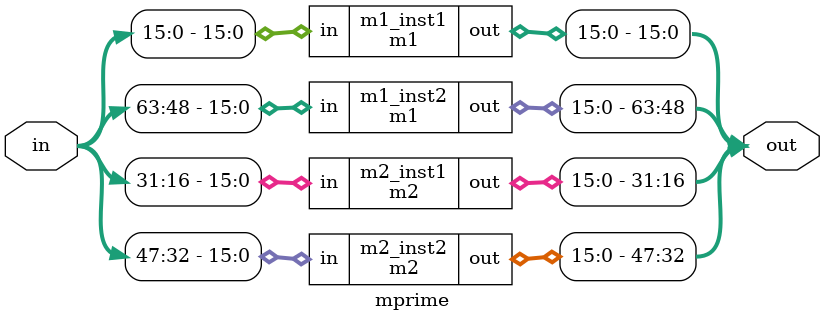
<source format=v>
`timescale 1ns / 1ps

module add3(
	input i1, 
	input i2, 
	input i3,
	output o
	);
	
	assign o = i1 ^ i2 ^ i3;
endmodule	

module m1(
	 input [15:0] in,
	 output [15:0] out
	 );
	 
	 //assign out[0] = in[8] ^ in[4] ^ in[0];
	 add3 a0(.i1(in[8]), .i2(in[4]), .i3(in[0]), .o(out[0]));
	 
    //assign out[1] = in[13] ^ in[9] ^ in[5];
	 add3 a1(.i1(in[13]), .i2(in[9]), .i3(in[5]), .o(out[1]));

    //assign out[2] = in[14] ^ in[10] ^ in[2];
	 add3 a2(.i1(in[14]), .i2(in[10]), .i3(in[2]), .o(out[2]));

    //assign out[3] = in[15] ^ in[7] ^ in[3];
	 add3 a3(.i1(in[15]), .i2(in[7]), .i3(in[3]), .o(out[3]));

    //assign out[4] = in[12] ^ in[4] ^ in[0];
	 add3 a4(.i1(in[12]), .i2(in[4]), .i3(in[0]), .o(out[4]));

    //assign out[5] = in[9] ^ in[5] ^ in[1];
	 add3 a5(.i1(in[9]), .i2(in[5]), .i3(in[1]), .o(out[5]));

    //assign out[6] = in[14] ^ in[10] ^ in[6];
	 add3 a6(.i1(in[14]), .i2(in[10]), .i3(in[6]), .o(out[6]));

    //assign out[7] = in[15] ^ in[11] ^ in[3];
	 add3 a7(.i1(in[15]), .i2(in[11]), .i3(in[3]), .o(out[7]));

    //assign out[8] = in[12] ^ in[8] ^ in[0];
	 add3 a8(.i1(in[12]), .i2(in[8]), .i3(in[0]), .o(out[8]));

    //assign out[9] = in[13] ^ in[5] ^ in[1];
	 add3 a9(.i1(in[13]), .i2(in[5]), .i3(in[1]), .o(out[9]));

    //assign out[10] = in[10] ^ in[6] ^ in[2];
	 add3 a10(.i1(in[10]), .i2(in[6]), .i3(in[2]), .o(out[10]));

    //assign out[11] = in[15] ^ in[11] ^ in[7];
	 add3 a11(.i1(in[15]), .i2(in[11]), .i3(in[7]), .o(out[11]));

    //assign out[12] = in[12] ^ in[8] ^ in[4];
	 add3 a12(.i1(in[12]), .i2(in[8]), .i3(in[4]), .o(out[12]));

    //assign out[13] = in[13] ^ in[9] ^ in[1];
	 add3 a13(.i1(in[13]), .i2(in[9]), .i3(in[1]), .o(out[13]));

    //assign out[14] = in[14] ^ in[6] ^ in[2];
	 add3 a14(.i1(in[14]), .i2(in[6]), .i3(in[2]), .o(out[14]));

    //assign out[15] = in[11] ^ in[7] ^ in[3];
	 add3 a15(.i1(in[11]), .i2(in[7]), .i3(in[3]), .o(out[15]));

endmodule

module m2(
	 input [15:0] in,
	 output [15:0] out
	 );
	 
    //assign out[0] = in[12] ^ in[8] ^ in[4];
	 add3 a0(.i1(in[12]), .i2(in[8]), .i3(in[4]), .o(out[0]));

    //assign out[1] = in[13] ^ in[9] ^ in[1];
	 add3 a1(.i1(in[13]), .i2(in[9]), .i3(in[1]), .o(out[1]));

    //assign out[2] = in[14] ^ in[6] ^ in[2];
	 add3 a2(.i1(in[14]), .i2(in[6]), .i3(in[2]), .o(out[2]));

    //assign out[3] = in[11] ^ in[7] ^ in[3];
	 add3 a3(.i1(in[11]), .i2(in[7]), .i3(in[3]), .o(out[3]));

    //assign out[4] = in[8] ^ in[4] ^ in[0];
	 add3 a4(.i1(in[8]), .i2(in[4]), .i3(in[0]), .o(out[4]));

    //assign out[5] = in[13] ^ in[9] ^ in[5];
	 add3 a5(.i1(in[13]), .i2(in[9]), .i3(in[5]), .o(out[5]));

    //assign out[6] = in[14] ^ in[10] ^ in[2];
	 add3 a6(.i1(in[14]), .i2(in[10]), .i3(in[2]), .o(out[6]));

    //assign out[7] = in[15] ^ in[7] ^ in[3];
	 add3 a7(.i1(in[15]), .i2(in[7]), .i3(in[3]), .o(out[7]));

    //assign out[8] = in[12] ^ in[4] ^ in[0];
	 add3 a8(.i1(in[12]), .i2(in[4]), .i3(in[0]), .o(out[8]));

    //assign out[9] = in[9] ^ in[5] ^ in[1];
	 add3 a9(.i1(in[9]), .i2(in[5]), .i3(in[1]), .o(out[9]));

    //assign out[10] = in[14] ^ in[10] ^ in[6];
	 add3 a10(.i1(in[14]), .i2(in[10]), .i3(in[6]), .o(out[10]));

    //assign out[11] = in[15] ^ in[11] ^ in[3];
	 add3 a11(.i1(in[15]), .i2(in[11]), .i3(in[3]), .o(out[11]));

    //assign out[12] = in[12] ^ in[8] ^ in[0];
	 add3 a12(.i1(in[12]), .i2(in[8]), .i3(in[0]), .o(out[12]));

    //assign out[13] = in[13] ^ in[5] ^ in[1];
 	 add3 a13(.i1(in[13]), .i2(in[5]), .i3(in[1]), .o(out[13]));

    //assign out[14] = in[10] ^ in[6] ^ in[2];
	 add3 a14(.i1(in[10]), .i2(in[6]), .i3(in[2]), .o(out[14]));

    //assign out[15] = in[15] ^ in[11] ^ in[7];
	 add3 a15(.i1(in[15]), .i2(in[11]), .i3(in[7]), .o(out[15]));

endmodule

module mprime(
    input [63:0] in,
    output [63:0] out
    );
    
	 m1 m1_inst1(.in(in[15:0]), .out(out[15:0]));
	 m2 m2_inst1(.in(in[31:16]), .out(out[31:16]));
	 m2 m2_inst2(.in(in[47:32]), .out(out[47:32]));
	 m1 m1_inst2(.in(in[63:48]), .out(out[63:48]));
endmodule

</source>
